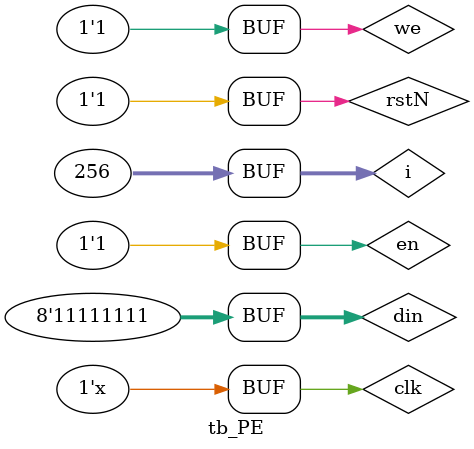
<source format=v>
`timescale 1ns / 1ps


module tb_PE;
    parameter DATA_BITWIDTH = 8;
    parameter NUM_OF_CHANNEL = 1;
    parameter ROM_ADDR_BITWIDTH = 4;
    parameter FIFO_ADDR_BITWIDTH = 4;

    reg clk, rstN, en, we;
    reg[DATA_BITWIDTH-1:0] din;
    wire[2*DATA_BITWIDTH-1:0] dout;

    integer i;

    PE  #(  .DATA_BITWIDTH(DATA_BITWIDTH),
            .NUM_OF_CHANNEL(NUM_OF_CHANNEL),
            .ROM_ADDR_BITWIDTH(ROM_ADDR_BITWIDTH),
            .FIFO_ADDR_BITWIDTH(FIFO_ADDR_BITWIDTH))
    pe      (   .clk(clk), .rstN(rstN), .en(en), .we(we),
                .iact_fifo_in(din), // iact that pushed into the fifo
                .wxi(dout) );// wght x iact

    always #10 clk = ~clk;

    initial begin
        clk = 0; rstN = 1; en = 1; we = 1; din = 0;
        #5 rstN = 0;
        #6 rstN = 1;

        for(i = 0; i < (1 << 8); i = i + 1) begin
            din = i;
            #21;
        end

    end

endmodule

</source>
